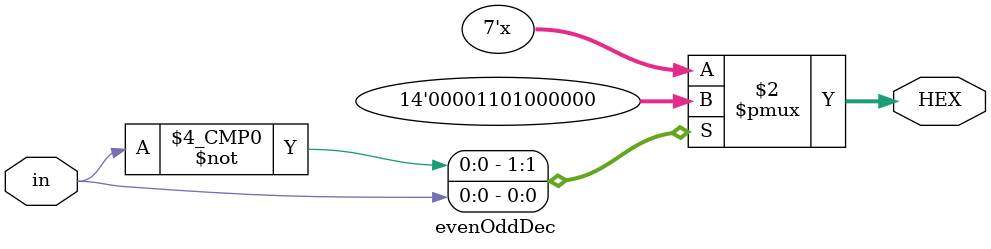
<source format=sv>

module evenOddDec(
	input logic in,
	output logic [6:0] HEX
);

always_comb
	case(in)
		0:	HEX=7'b000_0110;
		1:	HEX=7'b100_0000;
		default: HEX=7'b111_1111;
	endcase
	
endmodule

</source>
